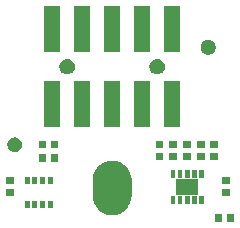
<source format=gbr>
G04 #@! TF.GenerationSoftware,KiCad,Pcbnew,5.1.0-rc2-unknown-4612175~81~ubuntu18.04.1*
G04 #@! TF.CreationDate,2019-03-08T09:09:48+02:00*
G04 #@! TF.ProjectId,MOD-ENV_revB,4d4f442d-454e-4565-9f72-6576422e6b69,rev?*
G04 #@! TF.SameCoordinates,Original*
G04 #@! TF.FileFunction,Soldermask,Top*
G04 #@! TF.FilePolarity,Negative*
%FSLAX46Y46*%
G04 Gerber Fmt 4.6, Leading zero omitted, Abs format (unit mm)*
G04 Created by KiCad (PCBNEW 5.1.0-rc2-unknown-4612175~81~ubuntu18.04.1) date 2019-03-08 09:09:48*
%MOMM*%
%LPD*%
G04 APERTURE LIST*
%ADD10C,0.100000*%
G04 APERTURE END LIST*
D10*
G36*
X98598800Y-76398800D02*
G01*
X97997200Y-76398800D01*
X97997200Y-75747200D01*
X98598800Y-75747200D01*
X98598800Y-76398800D01*
X98598800Y-76398800D01*
G37*
G36*
X97582800Y-76398800D02*
G01*
X96981200Y-76398800D01*
X96981200Y-75747200D01*
X97582800Y-75747200D01*
X97582800Y-76398800D01*
X97582800Y-76398800D01*
G37*
G36*
X88588655Y-71230489D02*
G01*
X88899865Y-71324894D01*
X89186683Y-71478201D01*
X89275810Y-71551346D01*
X89438082Y-71684518D01*
X89571254Y-71846789D01*
X89644399Y-71935916D01*
X89797706Y-72222734D01*
X89892111Y-72533944D01*
X89916000Y-72776498D01*
X89916000Y-74238702D01*
X89892111Y-74481256D01*
X89797706Y-74792466D01*
X89644399Y-75079284D01*
X89571254Y-75168411D01*
X89438082Y-75330682D01*
X89275811Y-75463854D01*
X89186684Y-75536999D01*
X88899866Y-75690306D01*
X88588656Y-75784711D01*
X88265000Y-75816588D01*
X87941345Y-75784711D01*
X87630135Y-75690306D01*
X87343317Y-75536999D01*
X87254190Y-75463854D01*
X87091919Y-75330682D01*
X86958747Y-75168411D01*
X86885602Y-75079284D01*
X86732295Y-74792465D01*
X86637889Y-74481256D01*
X86614000Y-74238702D01*
X86614000Y-72776499D01*
X86637889Y-72533945D01*
X86732294Y-72222735D01*
X86885601Y-71935917D01*
X86958746Y-71846790D01*
X87091918Y-71684518D01*
X87254189Y-71551346D01*
X87343316Y-71478201D01*
X87630134Y-71324894D01*
X87941344Y-71230489D01*
X88265000Y-71198612D01*
X88588655Y-71230489D01*
X88588655Y-71230489D01*
G37*
G36*
X81929500Y-75239000D02*
G01*
X81504500Y-75239000D01*
X81504500Y-74639000D01*
X81929500Y-74639000D01*
X81929500Y-75239000D01*
X81929500Y-75239000D01*
G37*
G36*
X82579500Y-75239000D02*
G01*
X82154500Y-75239000D01*
X82154500Y-74639000D01*
X82579500Y-74639000D01*
X82579500Y-75239000D01*
X82579500Y-75239000D01*
G37*
G36*
X81279500Y-75239000D02*
G01*
X80854500Y-75239000D01*
X80854500Y-74639000D01*
X81279500Y-74639000D01*
X81279500Y-75239000D01*
X81279500Y-75239000D01*
G37*
G36*
X83229500Y-75239000D02*
G01*
X82804500Y-75239000D01*
X82804500Y-74639000D01*
X83229500Y-74639000D01*
X83229500Y-75239000D01*
X83229500Y-75239000D01*
G37*
G36*
X96015800Y-74882200D02*
G01*
X95614200Y-74882200D01*
X95614200Y-74180600D01*
X96015800Y-74180600D01*
X96015800Y-74882200D01*
X96015800Y-74882200D01*
G37*
G36*
X94815800Y-74882200D02*
G01*
X94414200Y-74882200D01*
X94414200Y-74180600D01*
X94815800Y-74180600D01*
X94815800Y-74882200D01*
X94815800Y-74882200D01*
G37*
G36*
X95415800Y-74882200D02*
G01*
X95014200Y-74882200D01*
X95014200Y-74180600D01*
X95415800Y-74180600D01*
X95415800Y-74882200D01*
X95415800Y-74882200D01*
G37*
G36*
X93615800Y-74882200D02*
G01*
X93214200Y-74882200D01*
X93214200Y-74180600D01*
X93615800Y-74180600D01*
X93615800Y-74882200D01*
X93615800Y-74882200D01*
G37*
G36*
X94215800Y-74882200D02*
G01*
X93814200Y-74882200D01*
X93814200Y-74180600D01*
X94215800Y-74180600D01*
X94215800Y-74882200D01*
X94215800Y-74882200D01*
G37*
G36*
X79954800Y-74214800D02*
G01*
X79303200Y-74214800D01*
X79303200Y-73613200D01*
X79954800Y-73613200D01*
X79954800Y-74214800D01*
X79954800Y-74214800D01*
G37*
G36*
X98242800Y-74214800D02*
G01*
X97591200Y-74214800D01*
X97591200Y-73613200D01*
X98242800Y-73613200D01*
X98242800Y-74214800D01*
X98242800Y-74214800D01*
G37*
G36*
X95566000Y-74082400D02*
G01*
X93664000Y-74082400D01*
X93664000Y-72780400D01*
X95566000Y-72780400D01*
X95566000Y-74082400D01*
X95566000Y-74082400D01*
G37*
G36*
X79954800Y-73198800D02*
G01*
X79303200Y-73198800D01*
X79303200Y-72597200D01*
X79954800Y-72597200D01*
X79954800Y-73198800D01*
X79954800Y-73198800D01*
G37*
G36*
X98242800Y-73198800D02*
G01*
X97591200Y-73198800D01*
X97591200Y-72597200D01*
X98242800Y-72597200D01*
X98242800Y-73198800D01*
X98242800Y-73198800D01*
G37*
G36*
X81279500Y-73189000D02*
G01*
X80854500Y-73189000D01*
X80854500Y-72589000D01*
X81279500Y-72589000D01*
X81279500Y-73189000D01*
X81279500Y-73189000D01*
G37*
G36*
X81929500Y-73189000D02*
G01*
X81504500Y-73189000D01*
X81504500Y-72589000D01*
X81929500Y-72589000D01*
X81929500Y-73189000D01*
X81929500Y-73189000D01*
G37*
G36*
X83229500Y-73189000D02*
G01*
X82804500Y-73189000D01*
X82804500Y-72589000D01*
X83229500Y-72589000D01*
X83229500Y-73189000D01*
X83229500Y-73189000D01*
G37*
G36*
X82579500Y-73189000D02*
G01*
X82154500Y-73189000D01*
X82154500Y-72589000D01*
X82579500Y-72589000D01*
X82579500Y-73189000D01*
X82579500Y-73189000D01*
G37*
G36*
X96015800Y-72682200D02*
G01*
X95614200Y-72682200D01*
X95614200Y-71980600D01*
X96015800Y-71980600D01*
X96015800Y-72682200D01*
X96015800Y-72682200D01*
G37*
G36*
X94815800Y-72682200D02*
G01*
X94414200Y-72682200D01*
X94414200Y-71980600D01*
X94815800Y-71980600D01*
X94815800Y-72682200D01*
X94815800Y-72682200D01*
G37*
G36*
X94215800Y-72682200D02*
G01*
X93814200Y-72682200D01*
X93814200Y-71980600D01*
X94215800Y-71980600D01*
X94215800Y-72682200D01*
X94215800Y-72682200D01*
G37*
G36*
X95415800Y-72682200D02*
G01*
X95014200Y-72682200D01*
X95014200Y-71980600D01*
X95415800Y-71980600D01*
X95415800Y-72682200D01*
X95415800Y-72682200D01*
G37*
G36*
X93615800Y-72682200D02*
G01*
X93214200Y-72682200D01*
X93214200Y-71980600D01*
X93615800Y-71980600D01*
X93615800Y-72682200D01*
X93615800Y-72682200D01*
G37*
G36*
X82683648Y-71305873D02*
G01*
X82082048Y-71305873D01*
X82082048Y-70654273D01*
X82683648Y-70654273D01*
X82683648Y-71305873D01*
X82683648Y-71305873D01*
G37*
G36*
X83699648Y-71305873D02*
G01*
X83098048Y-71305873D01*
X83098048Y-70654273D01*
X83699648Y-70654273D01*
X83699648Y-71305873D01*
X83699648Y-71305873D01*
G37*
G36*
X92604000Y-71166800D02*
G01*
X91952400Y-71166800D01*
X91952400Y-70565200D01*
X92604000Y-70565200D01*
X92604000Y-71166800D01*
X92604000Y-71166800D01*
G37*
G36*
X97226800Y-71166800D02*
G01*
X96575200Y-71166800D01*
X96575200Y-70565200D01*
X97226800Y-70565200D01*
X97226800Y-71166800D01*
X97226800Y-71166800D01*
G37*
G36*
X96083800Y-71166800D02*
G01*
X95432200Y-71166800D01*
X95432200Y-70565200D01*
X96083800Y-70565200D01*
X96083800Y-71166800D01*
X96083800Y-71166800D01*
G37*
G36*
X94940800Y-71166800D02*
G01*
X94289200Y-71166800D01*
X94289200Y-70565200D01*
X94940800Y-70565200D01*
X94940800Y-71166800D01*
X94940800Y-71166800D01*
G37*
G36*
X93747000Y-71166800D02*
G01*
X93095400Y-71166800D01*
X93095400Y-70565200D01*
X93747000Y-70565200D01*
X93747000Y-71166800D01*
X93747000Y-71166800D01*
G37*
G36*
X80192889Y-69247095D02*
G01*
X80256534Y-69273458D01*
X80307000Y-69294361D01*
X80409687Y-69362975D01*
X80497025Y-69450313D01*
X80565639Y-69553000D01*
X80586542Y-69603466D01*
X80612905Y-69667111D01*
X80637000Y-69788246D01*
X80637000Y-69911754D01*
X80612905Y-70032889D01*
X80586542Y-70096534D01*
X80565639Y-70147000D01*
X80497025Y-70249687D01*
X80409687Y-70337025D01*
X80307000Y-70405639D01*
X80256534Y-70426542D01*
X80192889Y-70452905D01*
X80071754Y-70477000D01*
X79948246Y-70477000D01*
X79827111Y-70452905D01*
X79763466Y-70426542D01*
X79713000Y-70405639D01*
X79610313Y-70337025D01*
X79522975Y-70249687D01*
X79454361Y-70147000D01*
X79433458Y-70096534D01*
X79407095Y-70032889D01*
X79383000Y-69911754D01*
X79383000Y-69788246D01*
X79407095Y-69667111D01*
X79433458Y-69603466D01*
X79454361Y-69553000D01*
X79522975Y-69450313D01*
X79610313Y-69362975D01*
X79713000Y-69294361D01*
X79763466Y-69273458D01*
X79827111Y-69247095D01*
X79948246Y-69223000D01*
X80071754Y-69223000D01*
X80192889Y-69247095D01*
X80192889Y-69247095D01*
G37*
G36*
X82683648Y-70162873D02*
G01*
X82082048Y-70162873D01*
X82082048Y-69511273D01*
X82683648Y-69511273D01*
X82683648Y-70162873D01*
X82683648Y-70162873D01*
G37*
G36*
X83699648Y-70162873D02*
G01*
X83098048Y-70162873D01*
X83098048Y-69511273D01*
X83699648Y-69511273D01*
X83699648Y-70162873D01*
X83699648Y-70162873D01*
G37*
G36*
X92604000Y-70150800D02*
G01*
X91952400Y-70150800D01*
X91952400Y-69549200D01*
X92604000Y-69549200D01*
X92604000Y-70150800D01*
X92604000Y-70150800D01*
G37*
G36*
X94940800Y-70150800D02*
G01*
X94289200Y-70150800D01*
X94289200Y-69549200D01*
X94940800Y-69549200D01*
X94940800Y-70150800D01*
X94940800Y-70150800D01*
G37*
G36*
X96083800Y-70150800D02*
G01*
X95432200Y-70150800D01*
X95432200Y-69549200D01*
X96083800Y-69549200D01*
X96083800Y-70150800D01*
X96083800Y-70150800D01*
G37*
G36*
X97226800Y-70150800D02*
G01*
X96575200Y-70150800D01*
X96575200Y-69549200D01*
X97226800Y-69549200D01*
X97226800Y-70150800D01*
X97226800Y-70150800D01*
G37*
G36*
X93747000Y-70150800D02*
G01*
X93095400Y-70150800D01*
X93095400Y-69549200D01*
X93747000Y-69549200D01*
X93747000Y-70150800D01*
X93747000Y-70150800D01*
G37*
G36*
X86410800Y-68376800D02*
G01*
X85039200Y-68376800D01*
X85039200Y-64465200D01*
X86410800Y-64465200D01*
X86410800Y-68376800D01*
X86410800Y-68376800D01*
G37*
G36*
X88950800Y-68376800D02*
G01*
X87579200Y-68376800D01*
X87579200Y-64465200D01*
X88950800Y-64465200D01*
X88950800Y-68376800D01*
X88950800Y-68376800D01*
G37*
G36*
X94030800Y-68376800D02*
G01*
X92659200Y-68376800D01*
X92659200Y-64465200D01*
X94030800Y-64465200D01*
X94030800Y-68376800D01*
X94030800Y-68376800D01*
G37*
G36*
X91490800Y-68376800D02*
G01*
X90119200Y-68376800D01*
X90119200Y-64465200D01*
X91490800Y-64465200D01*
X91490800Y-68376800D01*
X91490800Y-68376800D01*
G37*
G36*
X83870800Y-68376800D02*
G01*
X82499200Y-68376800D01*
X82499200Y-64465200D01*
X83870800Y-64465200D01*
X83870800Y-68376800D01*
X83870800Y-68376800D01*
G37*
G36*
X84644831Y-62620210D02*
G01*
X84763269Y-62669268D01*
X84869861Y-62740491D01*
X84960509Y-62831139D01*
X85031732Y-62937731D01*
X85080790Y-63056169D01*
X85105800Y-63181902D01*
X85105800Y-63310098D01*
X85080790Y-63435831D01*
X85031732Y-63554269D01*
X84960509Y-63660861D01*
X84869861Y-63751509D01*
X84763269Y-63822732D01*
X84644831Y-63871790D01*
X84519098Y-63896800D01*
X84390902Y-63896800D01*
X84265169Y-63871790D01*
X84146731Y-63822732D01*
X84040139Y-63751509D01*
X83949491Y-63660861D01*
X83878268Y-63554269D01*
X83829210Y-63435831D01*
X83804200Y-63310098D01*
X83804200Y-63181902D01*
X83829210Y-63056169D01*
X83878268Y-62937731D01*
X83949491Y-62831139D01*
X84040139Y-62740491D01*
X84146731Y-62669268D01*
X84265169Y-62620210D01*
X84390902Y-62595200D01*
X84519098Y-62595200D01*
X84644831Y-62620210D01*
X84644831Y-62620210D01*
G37*
G36*
X92264831Y-62620210D02*
G01*
X92383269Y-62669268D01*
X92489861Y-62740491D01*
X92580509Y-62831139D01*
X92651732Y-62937731D01*
X92700790Y-63056169D01*
X92725800Y-63181902D01*
X92725800Y-63310098D01*
X92700790Y-63435831D01*
X92651732Y-63554269D01*
X92580509Y-63660861D01*
X92489861Y-63751509D01*
X92383269Y-63822732D01*
X92264831Y-63871790D01*
X92139098Y-63896800D01*
X92010902Y-63896800D01*
X91885169Y-63871790D01*
X91766731Y-63822732D01*
X91660139Y-63751509D01*
X91569491Y-63660861D01*
X91498268Y-63554269D01*
X91449210Y-63435831D01*
X91424200Y-63310098D01*
X91424200Y-63181902D01*
X91449210Y-63056169D01*
X91498268Y-62937731D01*
X91569491Y-62831139D01*
X91660139Y-62740491D01*
X91766731Y-62669268D01*
X91885169Y-62620210D01*
X92010902Y-62595200D01*
X92139098Y-62595200D01*
X92264831Y-62620210D01*
X92264831Y-62620210D01*
G37*
G36*
X96575889Y-60992095D02*
G01*
X96639534Y-61018458D01*
X96690000Y-61039361D01*
X96792687Y-61107975D01*
X96880025Y-61195313D01*
X96948639Y-61298000D01*
X96969542Y-61348466D01*
X96995905Y-61412111D01*
X97020000Y-61533246D01*
X97020000Y-61656754D01*
X96995905Y-61777889D01*
X96969542Y-61841534D01*
X96948639Y-61892000D01*
X96880025Y-61994687D01*
X96792687Y-62082025D01*
X96690000Y-62150639D01*
X96639534Y-62171542D01*
X96575889Y-62197905D01*
X96454754Y-62222000D01*
X96331246Y-62222000D01*
X96210111Y-62197905D01*
X96146466Y-62171542D01*
X96096000Y-62150639D01*
X95993313Y-62082025D01*
X95905975Y-61994687D01*
X95837361Y-61892000D01*
X95816458Y-61841534D01*
X95790095Y-61777889D01*
X95766000Y-61656754D01*
X95766000Y-61533246D01*
X95790095Y-61412111D01*
X95816458Y-61348466D01*
X95837361Y-61298000D01*
X95905975Y-61195313D01*
X95993313Y-61107975D01*
X96096000Y-61039361D01*
X96146466Y-61018458D01*
X96210111Y-60992095D01*
X96331246Y-60968000D01*
X96454754Y-60968000D01*
X96575889Y-60992095D01*
X96575889Y-60992095D01*
G37*
G36*
X83870800Y-62026800D02*
G01*
X82499200Y-62026800D01*
X82499200Y-58115200D01*
X83870800Y-58115200D01*
X83870800Y-62026800D01*
X83870800Y-62026800D01*
G37*
G36*
X86410800Y-62026800D02*
G01*
X85039200Y-62026800D01*
X85039200Y-58115200D01*
X86410800Y-58115200D01*
X86410800Y-62026800D01*
X86410800Y-62026800D01*
G37*
G36*
X88950800Y-62026800D02*
G01*
X87579200Y-62026800D01*
X87579200Y-58115200D01*
X88950800Y-58115200D01*
X88950800Y-62026800D01*
X88950800Y-62026800D01*
G37*
G36*
X91490800Y-62026800D02*
G01*
X90119200Y-62026800D01*
X90119200Y-58115200D01*
X91490800Y-58115200D01*
X91490800Y-62026800D01*
X91490800Y-62026800D01*
G37*
G36*
X94030800Y-62026800D02*
G01*
X92659200Y-62026800D01*
X92659200Y-58115200D01*
X94030800Y-58115200D01*
X94030800Y-62026800D01*
X94030800Y-62026800D01*
G37*
M02*

</source>
